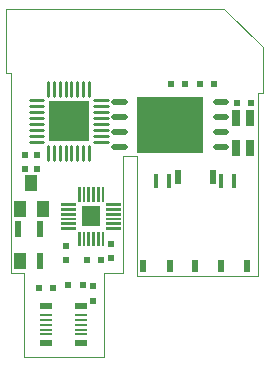
<source format=gtp>
G04 EAGLE Gerber RS-274X export*
G75*
%MOMM*%
%FSLAX34Y34*%
%LPD*%
%INSolder paste top*%
%IPPOS*%
%AMOC8*
5,1,8,0,0,1.08239X$1,22.5*%
G01*
%ADD10C,0.000000*%
%ADD11C,0.250000*%
%ADD12R,3.400000X3.400000*%
%ADD13R,0.500000X0.600000*%
%ADD14R,0.600000X0.500000*%
%ADD15C,0.500000*%
%ADD16R,5.600000X4.800000*%
%ADD17R,0.800000X1.400000*%
%ADD18C,0.050000*%
%ADD19R,1.590000X1.750000*%
%ADD20C,0.048000*%
%ADD21R,1.000000X1.400000*%
%ADD22R,0.600000X1.400000*%
%ADD23R,0.550000X1.100000*%
%ADD24R,0.450000X1.200000*%
%ADD25R,0.500000X1.200000*%
%ADD26R,0.500000X1.100000*%
%ADD27R,1.000000X0.240000*%
%ADD28R,1.000000X0.500000*%


D10*
X11500Y1000D02*
X11500Y72500D01*
X1000Y72500D01*
X1000Y241500D01*
X-3000Y241500D01*
X-3000Y296000D01*
X181500Y296000D01*
X214000Y263500D01*
X214000Y224500D01*
X210000Y224500D01*
X210000Y69500D01*
X107500Y69500D01*
X96000Y72500D02*
X79500Y72500D01*
X79500Y1000D01*
X11500Y1000D01*
X107500Y69500D02*
X107500Y171000D01*
X96000Y171000D01*
X96000Y72500D01*
D11*
X28100Y218500D02*
X16600Y218500D01*
D12*
X49600Y201000D03*
D11*
X28100Y213500D02*
X16600Y213500D01*
X16600Y208500D02*
X28100Y208500D01*
X28100Y203500D02*
X16600Y203500D01*
X16600Y198500D02*
X28100Y198500D01*
X28100Y193500D02*
X16600Y193500D01*
X16600Y188500D02*
X28100Y188500D01*
X28100Y183500D02*
X16600Y183500D01*
X32100Y179500D02*
X32100Y168000D01*
X37100Y168000D02*
X37100Y179500D01*
X42100Y179500D02*
X42100Y168000D01*
X47100Y168000D02*
X47100Y179500D01*
X52100Y179500D02*
X52100Y168000D01*
X57100Y168000D02*
X57100Y179500D01*
X62100Y179500D02*
X62100Y168000D01*
X67100Y168000D02*
X67100Y179500D01*
X71100Y183500D02*
X82600Y183500D01*
X82600Y188500D02*
X71100Y188500D01*
X71100Y193500D02*
X82600Y193500D01*
X82600Y198500D02*
X71100Y198500D01*
X71100Y203500D02*
X82600Y203500D01*
X82600Y208500D02*
X71100Y208500D01*
X71100Y213500D02*
X82600Y213500D01*
X82600Y218500D02*
X71100Y218500D01*
X67100Y222500D02*
X67100Y234000D01*
X62100Y234000D02*
X62100Y222500D01*
X57100Y222500D02*
X57100Y234000D01*
X52100Y234000D02*
X52100Y222500D01*
X47100Y222500D02*
X47100Y234000D01*
X42100Y234000D02*
X42100Y222500D01*
X37100Y222500D02*
X37100Y234000D01*
X32100Y234000D02*
X32100Y222500D01*
D13*
X47550Y83200D03*
X47550Y95200D03*
D14*
X77450Y83150D03*
X65450Y83150D03*
D13*
X85850Y85300D03*
X85850Y97300D03*
X22950Y160414D03*
X22950Y172414D03*
D15*
X88100Y216950D02*
X97100Y216950D01*
D16*
X135600Y197900D03*
D15*
X97100Y204250D02*
X88100Y204250D01*
X88100Y191550D02*
X97100Y191550D01*
X97100Y178850D02*
X88100Y178850D01*
X174100Y178850D02*
X183100Y178850D01*
X183100Y191550D02*
X174100Y191550D01*
X174100Y204250D02*
X183100Y204250D01*
X183100Y216950D02*
X174100Y216950D01*
D14*
X161100Y232800D03*
X173100Y232800D03*
D17*
X191300Y204000D03*
X191300Y178000D03*
X203300Y178000D03*
X203300Y204000D03*
D14*
X191985Y216708D03*
X203985Y216708D03*
D18*
X55250Y129750D02*
X43550Y129750D01*
X43550Y131250D01*
X55250Y131250D01*
X55250Y129750D01*
X55250Y130225D02*
X43550Y130225D01*
X43550Y130700D02*
X55250Y130700D01*
X55250Y131175D02*
X43550Y131175D01*
D19*
X68300Y120500D03*
D18*
X55250Y125750D02*
X43550Y125750D01*
X43550Y127250D01*
X55250Y127250D01*
X55250Y125750D01*
X55250Y126225D02*
X43550Y126225D01*
X43550Y126700D02*
X55250Y126700D01*
X55250Y127175D02*
X43550Y127175D01*
X43550Y121750D02*
X55250Y121750D01*
X43550Y121750D02*
X43550Y123250D01*
X55250Y123250D01*
X55250Y121750D01*
X55250Y122225D02*
X43550Y122225D01*
X43550Y122700D02*
X55250Y122700D01*
X55250Y123175D02*
X43550Y123175D01*
X43550Y117750D02*
X55250Y117750D01*
X43550Y117750D02*
X43550Y119250D01*
X55250Y119250D01*
X55250Y117750D01*
X55250Y118225D02*
X43550Y118225D01*
X43550Y118700D02*
X55250Y118700D01*
X55250Y119175D02*
X43550Y119175D01*
X43550Y113750D02*
X55250Y113750D01*
X43550Y113750D02*
X43550Y115250D01*
X55250Y115250D01*
X55250Y113750D01*
X55250Y114225D02*
X43550Y114225D01*
X43550Y114700D02*
X55250Y114700D01*
X55250Y115175D02*
X43550Y115175D01*
X43550Y109750D02*
X55250Y109750D01*
X43550Y109750D02*
X43550Y111250D01*
X55250Y111250D01*
X55250Y109750D01*
X55250Y110225D02*
X43550Y110225D01*
X43550Y110700D02*
X55250Y110700D01*
X55250Y111175D02*
X43550Y111175D01*
X59050Y107450D02*
X59050Y95750D01*
X57550Y95750D01*
X57550Y107450D01*
X59050Y107450D01*
X59050Y96225D02*
X57550Y96225D01*
X57550Y96700D02*
X59050Y96700D01*
X59050Y97175D02*
X57550Y97175D01*
X57550Y97650D02*
X59050Y97650D01*
X59050Y98125D02*
X57550Y98125D01*
X57550Y98600D02*
X59050Y98600D01*
X59050Y99075D02*
X57550Y99075D01*
X57550Y99550D02*
X59050Y99550D01*
X59050Y100025D02*
X57550Y100025D01*
X57550Y100500D02*
X59050Y100500D01*
X59050Y100975D02*
X57550Y100975D01*
X57550Y101450D02*
X59050Y101450D01*
X59050Y101925D02*
X57550Y101925D01*
X57550Y102400D02*
X59050Y102400D01*
X59050Y102875D02*
X57550Y102875D01*
X57550Y103350D02*
X59050Y103350D01*
X59050Y103825D02*
X57550Y103825D01*
X57550Y104300D02*
X59050Y104300D01*
X59050Y104775D02*
X57550Y104775D01*
X57550Y105250D02*
X59050Y105250D01*
X59050Y105725D02*
X57550Y105725D01*
X57550Y106200D02*
X59050Y106200D01*
X59050Y106675D02*
X57550Y106675D01*
X57550Y107150D02*
X59050Y107150D01*
X63050Y107450D02*
X63050Y95750D01*
X61550Y95750D01*
X61550Y107450D01*
X63050Y107450D01*
X63050Y96225D02*
X61550Y96225D01*
X61550Y96700D02*
X63050Y96700D01*
X63050Y97175D02*
X61550Y97175D01*
X61550Y97650D02*
X63050Y97650D01*
X63050Y98125D02*
X61550Y98125D01*
X61550Y98600D02*
X63050Y98600D01*
X63050Y99075D02*
X61550Y99075D01*
X61550Y99550D02*
X63050Y99550D01*
X63050Y100025D02*
X61550Y100025D01*
X61550Y100500D02*
X63050Y100500D01*
X63050Y100975D02*
X61550Y100975D01*
X61550Y101450D02*
X63050Y101450D01*
X63050Y101925D02*
X61550Y101925D01*
X61550Y102400D02*
X63050Y102400D01*
X63050Y102875D02*
X61550Y102875D01*
X61550Y103350D02*
X63050Y103350D01*
X63050Y103825D02*
X61550Y103825D01*
X61550Y104300D02*
X63050Y104300D01*
X63050Y104775D02*
X61550Y104775D01*
X61550Y105250D02*
X63050Y105250D01*
X63050Y105725D02*
X61550Y105725D01*
X61550Y106200D02*
X63050Y106200D01*
X63050Y106675D02*
X61550Y106675D01*
X61550Y107150D02*
X63050Y107150D01*
X67050Y107450D02*
X67050Y95750D01*
X65550Y95750D01*
X65550Y107450D01*
X67050Y107450D01*
X67050Y96225D02*
X65550Y96225D01*
X65550Y96700D02*
X67050Y96700D01*
X67050Y97175D02*
X65550Y97175D01*
X65550Y97650D02*
X67050Y97650D01*
X67050Y98125D02*
X65550Y98125D01*
X65550Y98600D02*
X67050Y98600D01*
X67050Y99075D02*
X65550Y99075D01*
X65550Y99550D02*
X67050Y99550D01*
X67050Y100025D02*
X65550Y100025D01*
X65550Y100500D02*
X67050Y100500D01*
X67050Y100975D02*
X65550Y100975D01*
X65550Y101450D02*
X67050Y101450D01*
X67050Y101925D02*
X65550Y101925D01*
X65550Y102400D02*
X67050Y102400D01*
X67050Y102875D02*
X65550Y102875D01*
X65550Y103350D02*
X67050Y103350D01*
X67050Y103825D02*
X65550Y103825D01*
X65550Y104300D02*
X67050Y104300D01*
X67050Y104775D02*
X65550Y104775D01*
X65550Y105250D02*
X67050Y105250D01*
X67050Y105725D02*
X65550Y105725D01*
X65550Y106200D02*
X67050Y106200D01*
X67050Y106675D02*
X65550Y106675D01*
X65550Y107150D02*
X67050Y107150D01*
X71050Y107450D02*
X71050Y95750D01*
X69550Y95750D01*
X69550Y107450D01*
X71050Y107450D01*
X71050Y96225D02*
X69550Y96225D01*
X69550Y96700D02*
X71050Y96700D01*
X71050Y97175D02*
X69550Y97175D01*
X69550Y97650D02*
X71050Y97650D01*
X71050Y98125D02*
X69550Y98125D01*
X69550Y98600D02*
X71050Y98600D01*
X71050Y99075D02*
X69550Y99075D01*
X69550Y99550D02*
X71050Y99550D01*
X71050Y100025D02*
X69550Y100025D01*
X69550Y100500D02*
X71050Y100500D01*
X71050Y100975D02*
X69550Y100975D01*
X69550Y101450D02*
X71050Y101450D01*
X71050Y101925D02*
X69550Y101925D01*
X69550Y102400D02*
X71050Y102400D01*
X71050Y102875D02*
X69550Y102875D01*
X69550Y103350D02*
X71050Y103350D01*
X71050Y103825D02*
X69550Y103825D01*
X69550Y104300D02*
X71050Y104300D01*
X71050Y104775D02*
X69550Y104775D01*
X69550Y105250D02*
X71050Y105250D01*
X71050Y105725D02*
X69550Y105725D01*
X69550Y106200D02*
X71050Y106200D01*
X71050Y106675D02*
X69550Y106675D01*
X69550Y107150D02*
X71050Y107150D01*
X75050Y107450D02*
X75050Y95750D01*
X73550Y95750D01*
X73550Y107450D01*
X75050Y107450D01*
X75050Y96225D02*
X73550Y96225D01*
X73550Y96700D02*
X75050Y96700D01*
X75050Y97175D02*
X73550Y97175D01*
X73550Y97650D02*
X75050Y97650D01*
X75050Y98125D02*
X73550Y98125D01*
X73550Y98600D02*
X75050Y98600D01*
X75050Y99075D02*
X73550Y99075D01*
X73550Y99550D02*
X75050Y99550D01*
X75050Y100025D02*
X73550Y100025D01*
X73550Y100500D02*
X75050Y100500D01*
X75050Y100975D02*
X73550Y100975D01*
X73550Y101450D02*
X75050Y101450D01*
X75050Y101925D02*
X73550Y101925D01*
X73550Y102400D02*
X75050Y102400D01*
X75050Y102875D02*
X73550Y102875D01*
X73550Y103350D02*
X75050Y103350D01*
X75050Y103825D02*
X73550Y103825D01*
X73550Y104300D02*
X75050Y104300D01*
X75050Y104775D02*
X73550Y104775D01*
X73550Y105250D02*
X75050Y105250D01*
X75050Y105725D02*
X73550Y105725D01*
X73550Y106200D02*
X75050Y106200D01*
X75050Y106675D02*
X73550Y106675D01*
X73550Y107150D02*
X75050Y107150D01*
X79050Y107450D02*
X79050Y95750D01*
X77550Y95750D01*
X77550Y107450D01*
X79050Y107450D01*
X79050Y96225D02*
X77550Y96225D01*
X77550Y96700D02*
X79050Y96700D01*
X79050Y97175D02*
X77550Y97175D01*
X77550Y97650D02*
X79050Y97650D01*
X79050Y98125D02*
X77550Y98125D01*
X77550Y98600D02*
X79050Y98600D01*
X79050Y99075D02*
X77550Y99075D01*
X77550Y99550D02*
X79050Y99550D01*
X79050Y100025D02*
X77550Y100025D01*
X77550Y100500D02*
X79050Y100500D01*
X79050Y100975D02*
X77550Y100975D01*
X77550Y101450D02*
X79050Y101450D01*
X79050Y101925D02*
X77550Y101925D01*
X77550Y102400D02*
X79050Y102400D01*
X79050Y102875D02*
X77550Y102875D01*
X77550Y103350D02*
X79050Y103350D01*
X79050Y103825D02*
X77550Y103825D01*
X77550Y104300D02*
X79050Y104300D01*
X79050Y104775D02*
X77550Y104775D01*
X77550Y105250D02*
X79050Y105250D01*
X79050Y105725D02*
X77550Y105725D01*
X77550Y106200D02*
X79050Y106200D01*
X79050Y106675D02*
X77550Y106675D01*
X77550Y107150D02*
X79050Y107150D01*
X81350Y111250D02*
X93050Y111250D01*
X93050Y109750D01*
X81350Y109750D01*
X81350Y111250D01*
X81350Y110225D02*
X93050Y110225D01*
X93050Y110700D02*
X81350Y110700D01*
X81350Y111175D02*
X93050Y111175D01*
X93050Y115250D02*
X81350Y115250D01*
X93050Y115250D02*
X93050Y113750D01*
X81350Y113750D01*
X81350Y115250D01*
X81350Y114225D02*
X93050Y114225D01*
X93050Y114700D02*
X81350Y114700D01*
X81350Y115175D02*
X93050Y115175D01*
X93050Y119250D02*
X81350Y119250D01*
X93050Y119250D02*
X93050Y117750D01*
X81350Y117750D01*
X81350Y119250D01*
X81350Y118225D02*
X93050Y118225D01*
X93050Y118700D02*
X81350Y118700D01*
X81350Y119175D02*
X93050Y119175D01*
X93050Y123250D02*
X81350Y123250D01*
X93050Y123250D02*
X93050Y121750D01*
X81350Y121750D01*
X81350Y123250D01*
X81350Y122225D02*
X93050Y122225D01*
X93050Y122700D02*
X81350Y122700D01*
X81350Y123175D02*
X93050Y123175D01*
X93050Y127250D02*
X81350Y127250D01*
X93050Y127250D02*
X93050Y125750D01*
X81350Y125750D01*
X81350Y127250D01*
X81350Y126225D02*
X93050Y126225D01*
X93050Y126700D02*
X81350Y126700D01*
X81350Y127175D02*
X93050Y127175D01*
X93050Y131250D02*
X81350Y131250D01*
X93050Y131250D02*
X93050Y129750D01*
X81350Y129750D01*
X81350Y131250D01*
X81350Y130225D02*
X93050Y130225D01*
X93050Y130700D02*
X81350Y130700D01*
X81350Y131175D02*
X93050Y131175D01*
X77550Y133550D02*
X77550Y145250D01*
X79050Y145250D01*
X79050Y133550D01*
X77550Y133550D01*
X77550Y134025D02*
X79050Y134025D01*
X79050Y134500D02*
X77550Y134500D01*
X77550Y134975D02*
X79050Y134975D01*
X79050Y135450D02*
X77550Y135450D01*
X77550Y135925D02*
X79050Y135925D01*
X79050Y136400D02*
X77550Y136400D01*
X77550Y136875D02*
X79050Y136875D01*
X79050Y137350D02*
X77550Y137350D01*
X77550Y137825D02*
X79050Y137825D01*
X79050Y138300D02*
X77550Y138300D01*
X77550Y138775D02*
X79050Y138775D01*
X79050Y139250D02*
X77550Y139250D01*
X77550Y139725D02*
X79050Y139725D01*
X79050Y140200D02*
X77550Y140200D01*
X77550Y140675D02*
X79050Y140675D01*
X79050Y141150D02*
X77550Y141150D01*
X77550Y141625D02*
X79050Y141625D01*
X79050Y142100D02*
X77550Y142100D01*
X77550Y142575D02*
X79050Y142575D01*
X79050Y143050D02*
X77550Y143050D01*
X77550Y143525D02*
X79050Y143525D01*
X79050Y144000D02*
X77550Y144000D01*
X77550Y144475D02*
X79050Y144475D01*
X79050Y144950D02*
X77550Y144950D01*
X73550Y145250D02*
X73550Y133550D01*
X73550Y145250D02*
X75050Y145250D01*
X75050Y133550D01*
X73550Y133550D01*
X73550Y134025D02*
X75050Y134025D01*
X75050Y134500D02*
X73550Y134500D01*
X73550Y134975D02*
X75050Y134975D01*
X75050Y135450D02*
X73550Y135450D01*
X73550Y135925D02*
X75050Y135925D01*
X75050Y136400D02*
X73550Y136400D01*
X73550Y136875D02*
X75050Y136875D01*
X75050Y137350D02*
X73550Y137350D01*
X73550Y137825D02*
X75050Y137825D01*
X75050Y138300D02*
X73550Y138300D01*
X73550Y138775D02*
X75050Y138775D01*
X75050Y139250D02*
X73550Y139250D01*
X73550Y139725D02*
X75050Y139725D01*
X75050Y140200D02*
X73550Y140200D01*
X73550Y140675D02*
X75050Y140675D01*
X75050Y141150D02*
X73550Y141150D01*
X73550Y141625D02*
X75050Y141625D01*
X75050Y142100D02*
X73550Y142100D01*
X73550Y142575D02*
X75050Y142575D01*
X75050Y143050D02*
X73550Y143050D01*
X73550Y143525D02*
X75050Y143525D01*
X75050Y144000D02*
X73550Y144000D01*
X73550Y144475D02*
X75050Y144475D01*
X75050Y144950D02*
X73550Y144950D01*
X69550Y145250D02*
X69550Y133550D01*
X69550Y145250D02*
X71050Y145250D01*
X71050Y133550D01*
X69550Y133550D01*
X69550Y134025D02*
X71050Y134025D01*
X71050Y134500D02*
X69550Y134500D01*
X69550Y134975D02*
X71050Y134975D01*
X71050Y135450D02*
X69550Y135450D01*
X69550Y135925D02*
X71050Y135925D01*
X71050Y136400D02*
X69550Y136400D01*
X69550Y136875D02*
X71050Y136875D01*
X71050Y137350D02*
X69550Y137350D01*
X69550Y137825D02*
X71050Y137825D01*
X71050Y138300D02*
X69550Y138300D01*
X69550Y138775D02*
X71050Y138775D01*
X71050Y139250D02*
X69550Y139250D01*
X69550Y139725D02*
X71050Y139725D01*
X71050Y140200D02*
X69550Y140200D01*
X69550Y140675D02*
X71050Y140675D01*
X71050Y141150D02*
X69550Y141150D01*
X69550Y141625D02*
X71050Y141625D01*
X71050Y142100D02*
X69550Y142100D01*
X69550Y142575D02*
X71050Y142575D01*
X71050Y143050D02*
X69550Y143050D01*
X69550Y143525D02*
X71050Y143525D01*
X71050Y144000D02*
X69550Y144000D01*
X69550Y144475D02*
X71050Y144475D01*
X71050Y144950D02*
X69550Y144950D01*
X65550Y145250D02*
X65550Y133550D01*
X65550Y145250D02*
X67050Y145250D01*
X67050Y133550D01*
X65550Y133550D01*
X65550Y134025D02*
X67050Y134025D01*
X67050Y134500D02*
X65550Y134500D01*
X65550Y134975D02*
X67050Y134975D01*
X67050Y135450D02*
X65550Y135450D01*
X65550Y135925D02*
X67050Y135925D01*
X67050Y136400D02*
X65550Y136400D01*
X65550Y136875D02*
X67050Y136875D01*
X67050Y137350D02*
X65550Y137350D01*
X65550Y137825D02*
X67050Y137825D01*
X67050Y138300D02*
X65550Y138300D01*
X65550Y138775D02*
X67050Y138775D01*
X67050Y139250D02*
X65550Y139250D01*
X65550Y139725D02*
X67050Y139725D01*
X67050Y140200D02*
X65550Y140200D01*
X65550Y140675D02*
X67050Y140675D01*
X67050Y141150D02*
X65550Y141150D01*
X65550Y141625D02*
X67050Y141625D01*
X67050Y142100D02*
X65550Y142100D01*
X65550Y142575D02*
X67050Y142575D01*
X67050Y143050D02*
X65550Y143050D01*
X65550Y143525D02*
X67050Y143525D01*
X67050Y144000D02*
X65550Y144000D01*
X65550Y144475D02*
X67050Y144475D01*
X67050Y144950D02*
X65550Y144950D01*
X61550Y145250D02*
X61550Y133550D01*
X61550Y145250D02*
X63050Y145250D01*
X63050Y133550D01*
X61550Y133550D01*
X61550Y134025D02*
X63050Y134025D01*
X63050Y134500D02*
X61550Y134500D01*
X61550Y134975D02*
X63050Y134975D01*
X63050Y135450D02*
X61550Y135450D01*
X61550Y135925D02*
X63050Y135925D01*
X63050Y136400D02*
X61550Y136400D01*
X61550Y136875D02*
X63050Y136875D01*
X63050Y137350D02*
X61550Y137350D01*
X61550Y137825D02*
X63050Y137825D01*
X63050Y138300D02*
X61550Y138300D01*
X61550Y138775D02*
X63050Y138775D01*
X63050Y139250D02*
X61550Y139250D01*
X61550Y139725D02*
X63050Y139725D01*
X63050Y140200D02*
X61550Y140200D01*
X61550Y140675D02*
X63050Y140675D01*
X63050Y141150D02*
X61550Y141150D01*
X61550Y141625D02*
X63050Y141625D01*
X63050Y142100D02*
X61550Y142100D01*
X61550Y142575D02*
X63050Y142575D01*
X63050Y143050D02*
X61550Y143050D01*
X61550Y143525D02*
X63050Y143525D01*
X63050Y144000D02*
X61550Y144000D01*
X61550Y144475D02*
X63050Y144475D01*
X63050Y144950D02*
X61550Y144950D01*
D20*
X57540Y145260D02*
X57540Y133540D01*
X57540Y145260D02*
X59060Y145260D01*
X59060Y133540D01*
X57540Y133540D01*
X57540Y133996D02*
X59060Y133996D01*
X59060Y134452D02*
X57540Y134452D01*
X57540Y134908D02*
X59060Y134908D01*
X59060Y135364D02*
X57540Y135364D01*
X57540Y135820D02*
X59060Y135820D01*
X59060Y136276D02*
X57540Y136276D01*
X57540Y136732D02*
X59060Y136732D01*
X59060Y137188D02*
X57540Y137188D01*
X57540Y137644D02*
X59060Y137644D01*
X59060Y138100D02*
X57540Y138100D01*
X57540Y138556D02*
X59060Y138556D01*
X59060Y139012D02*
X57540Y139012D01*
X57540Y139468D02*
X59060Y139468D01*
X59060Y139924D02*
X57540Y139924D01*
X57540Y140380D02*
X59060Y140380D01*
X59060Y140836D02*
X57540Y140836D01*
X57540Y141292D02*
X59060Y141292D01*
X59060Y141748D02*
X57540Y141748D01*
X57540Y142204D02*
X59060Y142204D01*
X59060Y142660D02*
X57540Y142660D01*
X57540Y143116D02*
X59060Y143116D01*
X59060Y143572D02*
X57540Y143572D01*
X57540Y144028D02*
X59060Y144028D01*
X59060Y144484D02*
X57540Y144484D01*
X57540Y144940D02*
X59060Y144940D01*
D14*
X136100Y232800D03*
X148100Y232800D03*
D21*
X8600Y82600D03*
D22*
X25600Y82600D03*
X25600Y109600D03*
X6600Y109600D03*
D14*
X24500Y59600D03*
X36500Y59600D03*
D23*
X201000Y78000D03*
D24*
X190000Y150000D03*
X179000Y150000D03*
D25*
X171500Y153600D03*
X142500Y153600D03*
D24*
X135000Y150000D03*
X124000Y150000D03*
D23*
X113000Y78000D03*
D26*
X135200Y78000D03*
X157000Y78000D03*
X178800Y78000D03*
D27*
X60500Y20500D03*
X60500Y24500D03*
X60500Y28500D03*
X60500Y32500D03*
X60500Y36500D03*
X30500Y36500D03*
X30500Y32500D03*
X30500Y28500D03*
X30500Y24500D03*
X30500Y20500D03*
D28*
X60100Y13000D03*
X60100Y44000D03*
X30900Y44000D03*
X30900Y13000D03*
D13*
X70700Y60950D03*
X70700Y48950D03*
D21*
X18200Y148800D03*
X27700Y126800D03*
X8700Y126800D03*
D14*
X61500Y62450D03*
X49500Y62450D03*
D13*
X12800Y160450D03*
X12800Y172450D03*
M02*

</source>
